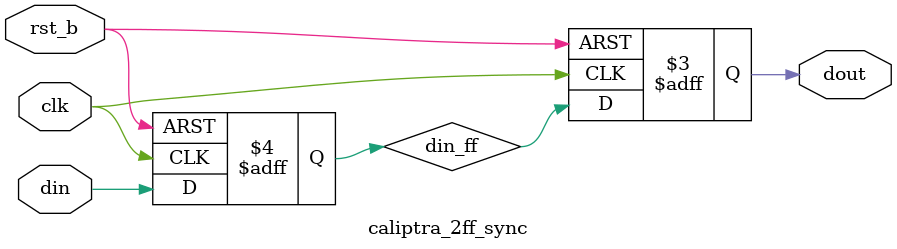
<source format=sv>

module caliptra_2ff_sync  #( parameter WIDTH=1,
                             parameter RST_VAL=0)
    (
    input logic clk,
    input logic rst_b,
    input logic [WIDTH-1:0] din,
    output logic [WIDTH-1:0] dout

);

logic din_ff;

always_ff@(posedge clk or negedge rst_b) begin
    if(!rst_b) begin
        dout <= RST_VAL;
        din_ff <= RST_VAL;
    end
    else begin 
        din_ff <= din;
        dout <= din_ff;
    end
end


endmodule
</source>
